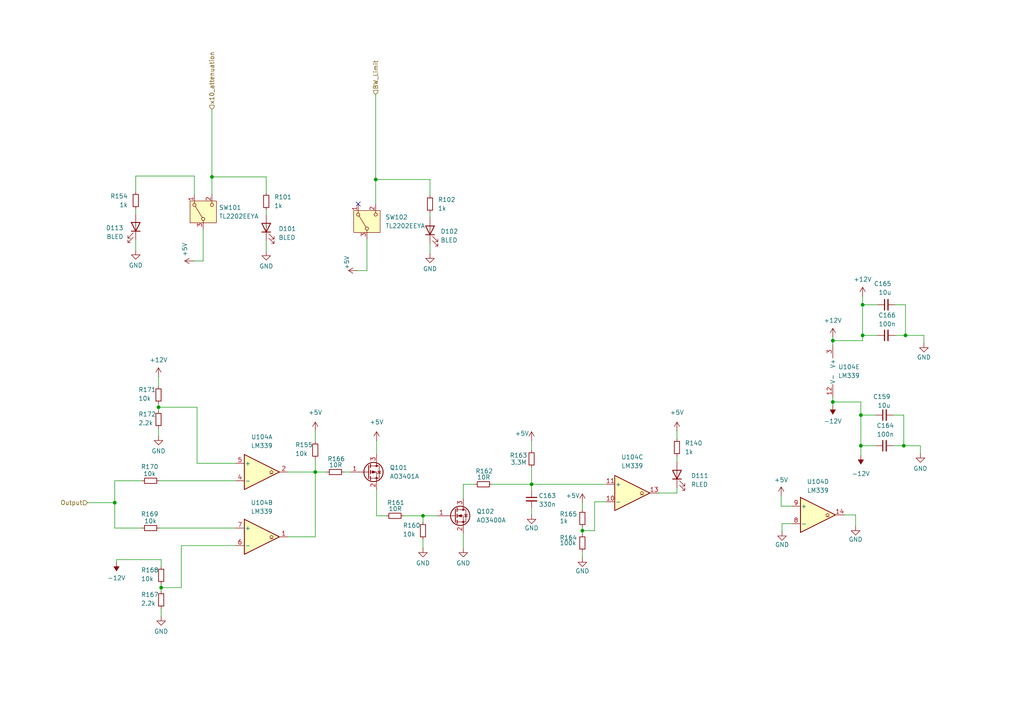
<source format=kicad_sch>
(kicad_sch (version 20250114) (generator "eeschema") (generator_version "9.0")
  (paper "A4")
  (lib_symbols
    (symbol "Comparator:LM339" (pin_names (offset 0.127))
      (property "Reference" "U" (at 0 5.08 0))
      (property "Value" "LM339" (at 0 -5.08 0))
      (symbol "LM339_1_1"
        (polyline (pts (xy -5.08 5.08) (xy 5.08 0) (xy -5.08 -5.08) (xy -5.08 5.08)) (stroke (width 0.254)) (fill (type background)))
        (polyline (pts (xy 3.302 -0.508) (xy 2.794 -0.508) (xy 3.302 0) (xy 2.794 0.508) (xy 2.286 0) (xy 2.794 -0.508) (xy 2.286 -0.508)) (stroke (width 0.127)))
        (pin input line (at -7.62 2.54 0) (length 2.54) (name "+") (number "5"))
        (pin input line (at -7.62 -2.54 0) (length 2.54) (name "-") (number "4"))
        (pin open_collector line (at 7.62 0 180) (length 2.54) (name "~") (number "2"))
      )
      (symbol "LM339_2_1"
        (polyline (pts (xy -5.08 5.08) (xy 5.08 0) (xy -5.08 -5.08) (xy -5.08 5.08)) (stroke (width 0.254)) (fill (type background)))
        (polyline (pts (xy 3.302 -0.508) (xy 2.794 -0.508) (xy 3.302 0) (xy 2.794 0.508) (xy 2.286 0) (xy 2.794 -0.508) (xy 2.286 -0.508)) (stroke (width 0.127)))
        (pin input line (at -7.62 2.54 0) (length 2.54) (name "+") (number "7"))
        (pin input line (at -7.62 -2.54 0) (length 2.54) (name "-") (number "6"))
        (pin open_collector line (at 7.62 0 180) (length 2.54) (name "~") (number "1"))
      )
      (symbol "LM339_3_1"
        (polyline (pts (xy -5.08 5.08) (xy 5.08 0) (xy -5.08 -5.08) (xy -5.08 5.08)) (stroke (width 0.254)) (fill (type background)))
        (polyline (pts (xy 3.302 -0.508) (xy 2.794 -0.508) (xy 3.302 0) (xy 2.794 0.508) (xy 2.286 0) (xy 2.794 -0.508) (xy 2.286 -0.508)) (stroke (width 0.127)))
        (pin input line (at -7.62 2.54 0) (length 2.54) (name "+") (number "11"))
        (pin input line (at -7.62 -2.54 0) (length 2.54) (name "-") (number "10"))
        (pin open_collector line (at 7.62 0 180) (length 2.54) (name "~") (number "13"))
      )
      (symbol "LM339_4_1"
        (polyline (pts (xy -5.08 5.08) (xy 5.08 0) (xy -5.08 -5.08) (xy -5.08 5.08)) (stroke (width 0.254)) (fill (type background)))
        (polyline (pts (xy 3.302 -0.508) (xy 2.794 -0.508) (xy 3.302 0) (xy 2.794 0.508) (xy 2.286 0) (xy 2.794 -0.508) (xy 2.286 -0.508)) (stroke (width 0.127)))
        (pin input line (at -7.62 2.54 0) (length 2.54) (name "+") (number "9"))
        (pin input line (at -7.62 -2.54 0) (length 2.54) (name "-") (number "8"))
        (pin open_collector line (at 7.62 0 180) (length 2.54) (name "~") (number "14"))
      )
      (symbol "LM339_5_1"
        (pin power_in line (at -2.54 7.62 270) (length 3.81) (name "V+") (number "3"))
        (pin power_in line (at -2.54 -7.62 90) (length 3.81) (name "V-") (number "12"))
      )
    )
    (symbol "Device:C_Small" (pin_numbers (hide yes)) (pin_names (offset 0.254) (hide yes))
      (property "Reference" "C" (at 0.254 1.778 0))
      (property "Value" "C_Small" (at 0.254 -2.032 0))
      (symbol "C_Small_0_1"
        (polyline (pts (xy -1.524 0.508) (xy 1.524 0.508)) (stroke (width 0.3048)))
        (polyline (pts (xy -1.524 -0.508) (xy 1.524 -0.508)) (stroke (width 0.3302)))
      )
      (symbol "C_Small_1_1"
        (pin passive line (at 0 2.54 270) (length 2.032) (name "~") (number "1"))
        (pin passive line (at 0 -2.54 90) (length 2.032) (name "~") (number "2"))
      )
    )
    (symbol "Device:LED" (pin_numbers (hide yes)) (pin_names (offset 1.016) (hide yes))
      (property "Reference" "D" (at 0 2.54 0))
      (property "Value" "LED" (at 0 -2.54 0))
      (symbol "LED_0_1"
        (polyline (pts (xy -3.048 -0.762) (xy -4.572 -2.286) (xy -3.81 -2.286) (xy -4.572 -2.286) (xy -4.572 -1.524)))
        (polyline (pts (xy -1.778 -0.762) (xy -3.302 -2.286) (xy -2.54 -2.286) (xy -3.302 -2.286) (xy -3.302 -1.524)))
        (polyline (pts (xy -1.27 0) (xy 1.27 0)))
        (polyline (pts (xy -1.27 -1.27) (xy -1.27 1.27)) (stroke (width 0.254)))
        (polyline (pts (xy 1.27 -1.27) (xy 1.27 1.27) (xy -1.27 0) (xy 1.27 -1.27)) (stroke (width 0.254)))
      )
      (symbol "LED_1_1"
        (pin passive line (at -3.81 0 0) (length 2.54) (name "K") (number "1"))
        (pin passive line (at 3.81 0 180) (length 2.54) (name "A") (number "2"))
      )
    )
    (symbol "Device:R_Small" (pin_numbers (hide yes)) (pin_names (offset 0.254) (hide yes))
      (property "Reference" "R" (at 0.762 0.508 0))
      (property "Value" "R_Small" (at 0.762 -1.016 0))
      (symbol "R_Small_0_1"
        (rectangle (start -0.762 1.778) (end 0.762 -1.778) (stroke (width 0.2032)))
      )
      (symbol "R_Small_1_1"
        (pin passive line (at 0 2.54 270) (length 0.762) (name "~") (number "1"))
        (pin passive line (at 0 -2.54 90) (length 0.762) (name "~") (number "2"))
      )
    )
    (symbol "SW_Push_1" (pin_names (offset 0) (hide yes))
      (property "Reference" "SW102" (at 0 8.128 0))
      (property "Value" "SW_SPDT" (at 0 5.588 0))
      (symbol "SW_Push_1_0_1"
        (circle (center -2.032 0) (radius 0.4572))
        (polyline (pts (xy -1.651 0.254) (xy 1.651 2.286)))
        (circle (center 2.032 2.54) (radius 0.4572))
        (circle (center 2.032 -2.54) (radius 0.4572))
      )
      (symbol "SW_Push_1_1_1"
        (rectangle (start -3.175 3.81) (end 3.175 -3.81) (fill (type background)))
        (pin passive line (at -5.08 0 0) (length 2.54) (name "B") (number "3"))
        (pin passive line (at 5.08 2.54 180) (length 2.54) (name "A") (number "1"))
        (pin passive line (at 5.08 -2.54 180) (length 2.54) (name "C") (number "2"))
      )
    )
    (symbol "SW_SPDT_1" (pin_names (offset 0) (hide yes))
      (property "Reference" "SW102" (at 0 8.128 0))
      (property "Value" "SW_SPDT" (at 0 5.588 0))
      (symbol "SW_SPDT_1_0_1"
        (circle (center -2.032 0) (radius 0.4572))
        (polyline (pts (xy -1.651 0.254) (xy 1.651 2.286)))
        (circle (center 2.032 2.54) (radius 0.4572))
        (circle (center 2.032 -2.54) (radius 0.4572))
      )
      (symbol "SW_SPDT_1_1_1"
        (rectangle (start -3.175 3.81) (end 3.175 -3.81) (fill (type background)))
        (pin passive line (at -5.08 0 0) (length 2.54) (name "B") (number "3"))
        (pin passive line (at 5.08 2.54 180) (length 2.54) (name "A") (number "1"))
        (pin passive line (at 5.08 -2.54 180) (length 2.54) (name "C") (number "2"))
      )
    )
    (symbol "Transistor_FET:AO3400A" (pin_names (hide yes))
      (property "Reference" "Q" (at 5.08 1.905 0))
      (property "Value" "AO3400A" (at 5.08 0 0))
      (symbol "AO3400A_0_1"
        (polyline (pts (xy 0.254 1.905) (xy 0.254 -1.905)) (stroke (width 0.254)))
        (polyline (pts (xy 0.254 0) (xy -2.54 0)))
        (polyline (pts (xy 0.762 2.286) (xy 0.762 1.27)) (stroke (width 0.254)))
        (polyline (pts (xy 0.762 0.508) (xy 0.762 -0.508)) (stroke (width 0.254)))
        (polyline (pts (xy 0.762 -1.27) (xy 0.762 -2.286)) (stroke (width 0.254)))
        (polyline (pts (xy 0.762 -1.778) (xy 3.302 -1.778) (xy 3.302 1.778) (xy 0.762 1.778)))
        (polyline (pts (xy 1.016 0) (xy 2.032 0.381) (xy 2.032 -0.381) (xy 1.016 0)) (fill (type outline)))
        (circle (center 1.651 0) (radius 2.794) (stroke (width 0.254)))
        (polyline (pts (xy 2.54 2.54) (xy 2.54 1.778)))
        (circle (center 2.54 1.778) (radius 0.254) (fill (type outline)))
        (circle (center 2.54 -1.778) (radius 0.254) (fill (type outline)))
        (polyline (pts (xy 2.54 -2.54) (xy 2.54 0) (xy 0.762 0)))
        (polyline (pts (xy 2.794 0.508) (xy 2.921 0.381) (xy 3.683 0.381) (xy 3.81 0.254)))
        (polyline (pts (xy 3.302 0.381) (xy 2.921 -0.254) (xy 3.683 -0.254) (xy 3.302 0.381)))
      )
      (symbol "AO3400A_1_1"
        (pin input line (at -5.08 0 0) (length 2.54) (name "G") (number "1"))
        (pin passive line (at 2.54 5.08 270) (length 2.54) (name "D") (number "3"))
        (pin passive line (at 2.54 -5.08 90) (length 2.54) (name "S") (number "2"))
      )
    )
    (symbol "Transistor_FET:AO3401A" (pin_names (hide yes))
      (property "Reference" "Q" (at 5.08 1.905 0))
      (property "Value" "AO3401A" (at 5.08 0 0))
      (symbol "AO3401A_0_1"
        (polyline (pts (xy 0.254 1.905) (xy 0.254 -1.905)) (stroke (width 0.254)))
        (polyline (pts (xy 0.254 0) (xy -2.54 0)))
        (polyline (pts (xy 0.762 2.286) (xy 0.762 1.27)) (stroke (width 0.254)))
        (polyline (pts (xy 0.762 1.778) (xy 3.302 1.778) (xy 3.302 -1.778) (xy 0.762 -1.778)))
        (polyline (pts (xy 0.762 0.508) (xy 0.762 -0.508)) (stroke (width 0.254)))
        (polyline (pts (xy 0.762 -1.27) (xy 0.762 -2.286)) (stroke (width 0.254)))
        (circle (center 1.651 0) (radius 2.794) (stroke (width 0.254)))
        (polyline (pts (xy 2.286 0) (xy 1.27 0.381) (xy 1.27 -0.381) (xy 2.286 0)) (fill (type outline)))
        (polyline (pts (xy 2.54 2.54) (xy 2.54 1.778)))
        (circle (center 2.54 1.778) (radius 0.254) (fill (type outline)))
        (circle (center 2.54 -1.778) (radius 0.254) (fill (type outline)))
        (polyline (pts (xy 2.54 -2.54) (xy 2.54 0) (xy 0.762 0)))
        (polyline (pts (xy 2.794 -0.508) (xy 2.921 -0.381) (xy 3.683 -0.381) (xy 3.81 -0.254)))
        (polyline (pts (xy 3.302 -0.381) (xy 2.921 0.254) (xy 3.683 0.254) (xy 3.302 -0.381)))
      )
      (symbol "AO3401A_1_1"
        (pin input line (at -5.08 0 0) (length 2.54) (name "G") (number "1"))
        (pin passive line (at 2.54 5.08 270) (length 2.54) (name "D") (number "3"))
        (pin passive line (at 2.54 -5.08 90) (length 2.54) (name "S") (number "2"))
      )
    )
    (symbol "power:+12V" (power) (pin_numbers (hide yes)) (pin_names (offset 0) (hide yes))
      (property "Value" "+12V" (at 0 3.556 0))
      (symbol "+12V_0_1"
        (polyline (pts (xy -0.762 1.27) (xy 0 2.54)))
        (polyline (pts (xy 0 2.54) (xy 0.762 1.27)))
        (polyline (pts (xy 0 0) (xy 0 2.54)))
      )
      (symbol "+12V_1_1"
        (pin power_in line (at 0 0 90) (length 0) (name "~") (number "1"))
      )
    )
    (symbol "power:+5V" (power) (pin_numbers (hide yes)) (pin_names (offset 0) (hide yes))
      (property "Value" "+5V" (at 0 3.556 0))
      (symbol "+5V_0_1"
        (polyline (pts (xy -0.762 1.27) (xy 0 2.54)))
        (polyline (pts (xy 0 2.54) (xy 0.762 1.27)))
        (polyline (pts (xy 0 0) (xy 0 2.54)))
      )
      (symbol "+5V_1_1"
        (pin power_in line (at 0 0 90) (length 0) (name "~") (number "1"))
      )
    )
    (symbol "power:-12V" (power) (pin_numbers (hide yes)) (pin_names (offset 0) (hide yes))
      (property "Value" "-12V" (at 0 3.556 0))
      (symbol "-12V_0_0"
        (pin power_in line (at 0 0 90) (length 0) (name "~") (number "1"))
      )
      (symbol "-12V_0_1"
        (polyline (pts (xy 0 0) (xy 0 1.27) (xy 0.762 1.27) (xy 0 2.54) (xy -0.762 1.27) (xy 0 1.27)) (fill (type outline)))
      )
    )
    (symbol "power:GND" (power) (pin_numbers (hide yes)) (pin_names (offset 0) (hide yes))
      (property "Value" "GND" (at 0 -3.81 0))
      (symbol "GND_0_1"
        (polyline (pts (xy 0 0) (xy 0 -1.27) (xy 1.27 -1.27) (xy 0 -2.54) (xy -1.27 -1.27) (xy 0 -1.27)))
      )
      (symbol "GND_1_1"
        (pin power_in line (at 0 0 270) (length 0) (name "~") (number "1"))
      )
    )
  )
  (junction (at 45.974 118.11))
  (junction (at 91.44 136.906))
  (junction (at 33.274 145.796))
  (junction (at 122.682 149.606))
  (junction (at 168.91 153.924))
  (junction (at 154.178 140.462))
  (junction (at 250.19 88.392))
  (junction (at 46.736 170.434))
  (junction (at 241.554 116.586))
  (junction (at 250.19 97.282))
  (junction (at 108.966 52.07))
  (junction (at 262.128 129.286))
  (junction (at 249.682 129.286))
  (junction (at 249.682 120.396))
  (junction (at 241.554 98.806))
  (junction (at 262.636 97.282))
  (junction (at 61.468 51.308))
  (no_connect (at 103.886 59.182))
  (wire (pts (xy 226.822 151.892) (xy 229.616 151.892)))
  (wire (pts (xy 250.19 85.852) (xy 250.19 88.392)))
  (wire (pts (xy 117.094 149.606) (xy 122.682 149.606)))
  (wire (pts (xy 91.44 136.906) (xy 91.44 155.702)))
  (wire (pts (xy 226.568 143.764) (xy 226.568 146.812)))
  (wire (pts (xy 250.19 88.392) (xy 254.508 88.392)))
  (wire (pts (xy 262.636 97.282) (xy 267.97 97.282)))
  (wire (pts (xy 250.19 88.392) (xy 250.19 97.282)))
  (wire (pts (xy 108.966 52.07) (xy 108.966 59.182)))
  (wire (pts (xy 134.366 144.526) (xy 134.366 140.462)))
  (wire (pts (xy 122.682 156.464) (xy 122.682 159.004)))
  (wire (pts (xy 112.014 149.606) (xy 109.22 149.606)))
  (wire (pts (xy 124.714 61.722) (xy 124.714 62.992)))
  (wire (pts (xy 46.736 170.434) (xy 52.578 170.434)))
  (wire (pts (xy 61.468 51.308) (xy 61.468 56.388)))
  (wire (pts (xy 46.736 162.306) (xy 46.736 164.338)))
  (wire (pts (xy 45.974 118.11) (xy 57.15 118.11)))
  (wire (pts (xy 83.566 136.906) (xy 91.44 136.906)))
  (wire (pts (xy 39.37 60.706) (xy 39.37 61.976)))
  (wire (pts (xy 46.228 153.162) (xy 68.326 153.162)))
  (wire (pts (xy 61.468 31.75) (xy 61.468 51.308)))
  (wire (pts (xy 249.682 116.586) (xy 249.682 120.396)))
  (wire (pts (xy 248.158 149.352) (xy 244.856 149.352)))
  (wire (pts (xy 45.974 117.094) (xy 45.974 118.11)))
  (wire (pts (xy 124.714 52.07) (xy 108.966 52.07)))
  (wire (pts (xy 168.91 153.924) (xy 172.466 153.924)))
  (wire (pts (xy 41.148 153.162) (xy 33.274 153.162)))
  (wire (pts (xy 122.682 151.384) (xy 122.682 149.606)))
  (wire (pts (xy 99.822 136.906) (xy 101.6 136.906)))
  (wire (pts (xy 172.466 153.924) (xy 172.466 145.542)))
  (wire (pts (xy 103.632 78.486) (xy 106.426 78.486)))
  (wire (pts (xy 259.08 129.286) (xy 262.128 129.286)))
  (wire (pts (xy 52.578 170.434) (xy 52.578 158.242)))
  (wire (pts (xy 134.366 140.462) (xy 137.668 140.462)))
  (wire (pts (xy 91.44 136.906) (xy 94.742 136.906)))
  (wire (pts (xy 106.426 78.486) (xy 106.426 69.342)))
  (wire (pts (xy 46.736 169.418) (xy 46.736 170.434)))
  (wire (pts (xy 108.966 27.432) (xy 108.966 52.07)))
  (wire (pts (xy 154.178 127.762) (xy 154.178 130.556)))
  (wire (pts (xy 33.782 163.068) (xy 33.782 162.306)))
  (wire (pts (xy 109.22 127.762) (xy 109.22 131.826)))
  (wire (pts (xy 154.178 147.32) (xy 154.178 149.352)))
  (wire (pts (xy 124.714 70.612) (xy 124.714 73.66)))
  (wire (pts (xy 56.388 56.388) (xy 56.388 51.054)))
  (wire (pts (xy 56.134 75.692) (xy 58.928 75.692)))
  (wire (pts (xy 142.748 140.462) (xy 154.178 140.462)))
  (wire (pts (xy 254.508 97.282) (xy 250.19 97.282)))
  (wire (pts (xy 45.974 124.206) (xy 45.974 126.492)))
  (wire (pts (xy 250.19 97.282) (xy 250.19 98.806)))
  (wire (pts (xy 248.158 152.654) (xy 248.158 149.352)))
  (wire (pts (xy 262.636 88.392) (xy 259.588 88.392)))
  (wire (pts (xy 262.128 120.396) (xy 259.08 120.396)))
  (wire (pts (xy 33.274 139.446) (xy 41.148 139.446)))
  (wire (pts (xy 196.342 141.478) (xy 196.342 143.002)))
  (wire (pts (xy 172.466 145.542) (xy 175.768 145.542)))
  (wire (pts (xy 249.682 116.586) (xy 241.554 116.586)))
  (wire (pts (xy 168.91 152.908) (xy 168.91 153.924)))
  (wire (pts (xy 168.91 153.924) (xy 168.91 154.94)))
  (wire (pts (xy 45.974 109.22) (xy 45.974 112.014)))
  (wire (pts (xy 58.928 75.692) (xy 58.928 66.548)))
  (wire (pts (xy 259.588 97.282) (xy 262.636 97.282)))
  (wire (pts (xy 52.578 158.242) (xy 68.326 158.242)))
  (wire (pts (xy 249.682 120.396) (xy 254 120.396)))
  (wire (pts (xy 77.216 55.88) (xy 77.216 51.308)))
  (wire (pts (xy 154.178 140.462) (xy 154.178 142.24)))
  (wire (pts (xy 109.22 149.606) (xy 109.22 141.986)))
  (wire (pts (xy 77.216 51.308) (xy 61.468 51.308)))
  (wire (pts (xy 168.91 145.796) (xy 168.91 147.828)))
  (wire (pts (xy 33.274 145.796) (xy 33.274 153.162)))
  (wire (pts (xy 262.636 97.282) (xy 262.636 88.392)))
  (wire (pts (xy 33.274 139.446) (xy 33.274 145.796)))
  (wire (pts (xy 33.782 162.306) (xy 46.736 162.306)))
  (wire (pts (xy 134.366 154.686) (xy 134.366 159.004)))
  (wire (pts (xy 91.44 133.096) (xy 91.44 136.906)))
  (wire (pts (xy 254 129.286) (xy 249.682 129.286)))
  (wire (pts (xy 77.216 69.85) (xy 77.216 72.898)))
  (wire (pts (xy 77.216 60.96) (xy 77.216 62.23)))
  (wire (pts (xy 154.178 140.462) (xy 175.768 140.462)))
  (wire (pts (xy 241.554 98.806) (xy 241.554 100.076)))
  (wire (pts (xy 25.4 145.796) (xy 33.274 145.796)))
  (wire (pts (xy 191.008 143.002) (xy 196.342 143.002)))
  (wire (pts (xy 168.91 160.02) (xy 168.91 161.798)))
  (wire (pts (xy 241.554 97.79) (xy 241.554 98.806)))
  (wire (pts (xy 83.566 155.702) (xy 91.44 155.702)))
  (wire (pts (xy 124.714 56.642) (xy 124.714 52.07)))
  (wire (pts (xy 46.228 139.446) (xy 68.326 139.446)))
  (wire (pts (xy 39.37 55.626) (xy 39.37 51.054)))
  (wire (pts (xy 266.954 129.286) (xy 266.954 131.572)))
  (wire (pts (xy 267.97 97.282) (xy 267.97 99.568)))
  (wire (pts (xy 46.736 176.53) (xy 46.736 178.816)))
  (wire (pts (xy 229.616 146.812) (xy 226.568 146.812)))
  (wire (pts (xy 262.128 129.286) (xy 266.954 129.286)))
  (wire (pts (xy 249.682 120.396) (xy 249.682 129.286)))
  (wire (pts (xy 154.178 135.636) (xy 154.178 140.462)))
  (wire (pts (xy 68.326 134.366) (xy 57.15 134.366)))
  (wire (pts (xy 241.554 98.806) (xy 250.19 98.806)))
  (wire (pts (xy 241.554 116.586) (xy 241.554 115.316)))
  (wire (pts (xy 39.37 51.054) (xy 56.388 51.054)))
  (wire (pts (xy 196.342 132.334) (xy 196.342 133.858)))
  (wire (pts (xy 45.974 118.11) (xy 45.974 119.126)))
  (wire (pts (xy 39.37 69.596) (xy 39.37 72.644)))
  (wire (pts (xy 57.15 134.366) (xy 57.15 118.11)))
  (wire (pts (xy 91.44 124.968) (xy 91.44 128.016)))
  (wire (pts (xy 249.682 129.286) (xy 249.682 132.08)))
  (wire (pts (xy 226.822 154.178) (xy 226.822 151.892)))
  (wire (pts (xy 262.128 129.286) (xy 262.128 120.396)))
  (wire (pts (xy 196.342 124.968) (xy 196.342 127.254)))
  (wire (pts (xy 122.682 149.606) (xy 126.746 149.606)))
  (wire (pts (xy 241.554 117.602) (xy 241.554 116.586)))
  (wire (pts (xy 46.736 170.434) (xy 46.736 171.45)))
  (hierarchical_label "x10_attenuation" (shape input) (at 61.468 31.75 90))
  (hierarchical_label "Output" (shape input) (at 25.4 145.796 180))
  (hierarchical_label "BW_Limit" (shape input) (at 108.966 27.432 90))
  (symbol (lib_id "Device:R_Small") (at 168.91 150.368 0) (mirror y) (unit 1)
    (property "Reference" "R165" (at 162.306 149.098 0) (effects (justify right)))
    (property "Value" "1k" (at 162.306 151.13 0) (effects (justify right)))
    (property "Footprint" "Resistor_SMD:R_0603_1608Metric" (effects (hide yes)))
    (property "Description" "Resistor, small symbol" (effects (hide yes)))
  )
  (symbol (lib_id "power:GND") (at 226.822 154.178 0) (unit 1)
    (property "Reference" "#PWR0190" (effects (hide yes)))
    (property "Value" "GND" (at 226.822 157.988 0))
    (property "Description" "Power symbol creates a global label with name \"GND\" , ground" (effects (hide yes)))
  )
  (symbol (lib_id "Device:R_Small") (at 124.714 59.182 180) (unit 1)
    (property "Reference" "R102" (at 127 57.9119 0) (effects (justify right)))
    (property "Value" "1k" (at 127 60.4519 0) (effects (justify right)))
    (property "Footprint" "Resistor_SMD:R_0603_1608Metric" (effects (hide yes)))
    (property "Description" "Resistor, small symbol" (effects (hide yes)))
  )
  (symbol (lib_id "Device:C_Small") (at 256.54 120.396 90) (unit 1)
    (property "Reference" "C159" (at 258.318 115.062 90) (effects (justify left)))
    (property "Value" "10u" (at 258.318 117.602 90) (effects (justify left)))
    (property "Footprint" "Capacitor_SMD:C_1206_3216Metric" (effects (hide yes)))
    (property "Description" "Unpolarized capacitor, small symbol" (effects (hide yes)))
  )
  (symbol (lib_id "power:GND") (at 134.366 159.004 0) (unit 1)
    (property "Reference" "#PWR0147" (effects (hide yes)))
    (property "Value" "GND" (at 134.366 163.322 0))
    (property "Description" "Power symbol creates a global label with name \"GND\" , ground" (effects (hide yes)))
  )
  (symbol (lib_id "power:GND") (at 266.954 131.572 0) (unit 1)
    (property "Reference" "#PWR0166" (effects (hide yes)))
    (property "Value" "GND" (at 266.954 135.89 0))
    (property "Description" "Power symbol creates a global label with name \"GND\" , ground" (effects (hide yes)))
  )
  (symbol (lib_id "Device:R_Small") (at 122.682 153.924 0) (mirror y) (unit 1)
    (property "Reference" "R160" (at 116.84 152.4 0) (effects (justify right)))
    (property "Value" "10k" (at 116.84 154.94 0) (effects (justify right)))
    (property "Footprint" "Resistor_SMD:R_0603_1608Metric" (effects (hide yes)))
    (property "Description" "Resistor, small symbol" (effects (hide yes)))
  )
  (symbol (lib_id "power:+5V") (at 196.342 124.968 0) (unit 1)
    (property "Reference" "#PWR0156" (effects (hide yes)))
    (property "Value" "+5V" (at 196.342 119.634 0))
    (property "Description" "Power symbol creates a global label with name \"+5V\"" (effects (hide yes)))
  )
  (symbol (lib_id "Device:R_Small") (at 43.688 153.162 270) (mirror x) (unit 1)
    (property "Reference" "R169" (at 45.974 149.098 90) (effects (justify right)))
    (property "Value" "10k" (at 45.466 151.13 90) (effects (justify right)))
    (property "Footprint" "Resistor_SMD:R_0603_1608Metric" (effects (hide yes)))
    (property "Description" "Resistor, small symbol" (effects (hide yes)))
  )
  (symbol (lib_id "power:+5V") (at 91.44 124.968 0) (unit 1)
    (property "Reference" "#PWR0145" (effects (hide yes)))
    (property "Value" "+5V" (at 91.44 119.634 0))
    (property "Description" "Power symbol creates a global label with name \"+5V\"" (effects (hide yes)))
  )
  (symbol (lib_id "Comparator:LM339") (at 75.946 155.702 0) (unit 2)
    (property "Reference" "U104" (at 75.946 145.796 0))
    (property "Value" "LM339" (at 75.946 148.336 0))
    (property "Footprint" "Package_SO:TSSOP-14_4.4x5mm_P0.65mm" (effects (hide yes)))
    (property "Datasheet" "https://www.st.com/resource/en/datasheet/lm139.pdf" (effects (hide yes)))
    (property "Description" "Quad Differential Comparators, SOIC-14/TSSOP-14" (effects (hide yes)))
  )
  (symbol (lib_id "Device:R_Small") (at 91.44 130.556 0) (mirror y) (unit 1)
    (property "Reference" "R155" (at 85.598 129.032 0) (effects (justify right)))
    (property "Value" "10k" (at 85.598 131.572 0) (effects (justify right)))
    (property "Footprint" "Resistor_SMD:R_0603_1608Metric" (effects (hide yes)))
    (property "Description" "Resistor, small symbol" (effects (hide yes)))
  )
  (symbol (lib_id "Device:R_Small") (at 39.37 58.166 0) (mirror x) (unit 1)
    (property "Reference" "R154" (at 37.084 56.8959 0) (effects (justify right)))
    (property "Value" "1k" (at 37.084 59.4359 0) (effects (justify right)))
    (property "Footprint" "Resistor_SMD:R_0603_1608Metric" (effects (hide yes)))
    (property "Description" "Resistor, small symbol" (effects (hide yes)))
  )
  (symbol (lib_id "Device:R_Small") (at 154.178 133.096 0) (mirror y) (unit 1)
    (property "Reference" "R163" (at 147.828 132.08 0) (effects (justify right)))
    (property "Value" "3.3M" (at 148.082 134.112 0) (effects (justify right)))
    (property "Footprint" "Resistor_SMD:R_0603_1608Metric" (effects (hide yes)))
    (property "Description" "Resistor, small symbol" (effects (hide yes)))
  )
  (symbol (lib_id "Device:R_Small") (at 97.282 136.906 270) (mirror x) (unit 1)
    (property "Reference" "R166" (at 100.076 133.096 90) (effects (justify right)))
    (property "Value" "10R" (at 99.314 134.874 90) (effects (justify right)))
    (property "Footprint" "Resistor_SMD:R_0603_1608Metric" (effects (hide yes)))
    (property "Description" "Resistor, small symbol" (effects (hide yes)))
  )
  (symbol (lib_id "Transistor_FET:AO3401A") (at 106.68 136.906 0) (unit 1)
    (property "Reference" "Q101" (at 113.03 135.6359 0) (effects (justify left)))
    (property "Value" "AO3401A" (at 113.03 138.1759 0) (effects (justify left)))
    (property "Footprint" "Package_TO_SOT_SMD:SOT-23" (effects (hide yes)))
    (property "Datasheet" "http://www.aosmd.com/pdfs/datasheet/AO3401A.pdf" (effects (hide yes)))
    (property "Description" "-4.0A Id, -30V Vds, P-Channel MOSFET, SOT-23" (effects (hide yes)))
  )
  (symbol (lib_id "power:+5V") (at 109.22 127.762 0) (unit 1)
    (property "Reference" "#PWR0160" (effects (hide yes)))
    (property "Value" "+5V" (at 109.22 122.428 0))
    (property "Description" "Power symbol creates a global label with name \"+5V\"" (effects (hide yes)))
  )
  (symbol (lib_id "power:GND") (at 248.158 152.654 0) (unit 1)
    (property "Reference" "#PWR0189" (effects (hide yes)))
    (property "Value" "GND" (at 248.158 156.464 0))
    (property "Description" "Power symbol creates a global label with name \"GND\" , ground" (effects (hide yes)))
  )
  (symbol (lib_id "Device:R_Small") (at 43.688 139.446 270) (mirror x) (unit 1)
    (property "Reference" "R170" (at 45.974 135.382 90) (effects (justify right)))
    (property "Value" "10k" (at 45.212 137.414 90) (effects (justify right)))
    (property "Footprint" "Resistor_SMD:R_0603_1608Metric" (effects (hide yes)))
    (property "Description" "Resistor, small symbol" (effects (hide yes)))
  )
  (symbol (lib_id "Comparator:LM339") (at 244.094 107.696 0) (unit 5)
    (property "Reference" "U104" (at 243.078 106.4259 0) (effects (justify left)))
    (property "Value" "LM339" (at 243.078 108.9659 0) (effects (justify left)))
    (property "Footprint" "Package_SO:TSSOP-14_4.4x5mm_P0.65mm" (effects (hide yes)))
    (property "Datasheet" "https://www.st.com/resource/en/datasheet/lm139.pdf" (effects (hide yes)))
    (property "Description" "Quad Differential Comparators, SOIC-14/TSSOP-14" (effects (hide yes)))
  )
  (symbol (lib_id "power:GND") (at 267.97 99.568 0) (unit 1)
    (property "Reference" "#PWR0167" (effects (hide yes)))
    (property "Value" "GND" (at 267.97 103.632 0))
    (property "Description" "Power symbol creates a global label with name \"GND\" , ground" (effects (hide yes)))
  )
  (symbol (lib_id "power:+5V") (at 154.178 127.762 0) (unit 1)
    (property "Reference" "#PWR0154" (effects (hide yes)))
    (property "Value" "+5V" (at 151.384 125.73 0))
    (property "Description" "Power symbol creates a global label with name \"+5V\"" (effects (hide yes)))
  )
  (symbol (lib_id "power:GND") (at 77.216 72.898 0) (unit 1)
    (property "Reference" "#PWR0102" (effects (hide yes)))
    (property "Value" "GND" (at 77.216 77.216 0))
    (property "Description" "Power symbol creates a global label with name \"GND\" , ground" (effects (hide yes)))
  )
  (symbol (lib_id "power:+12V") (at 45.974 109.22 0) (unit 1)
    (property "Reference" "#PWR0186" (effects (hide yes)))
    (property "Value" "+12V" (at 45.974 104.394 0))
    (property "Description" "Power symbol creates a global label with name \"+12V\"" (effects (hide yes)))
  )
  (symbol (lib_id "power:GND") (at 122.682 159.004 0) (unit 1)
    (property "Reference" "#PWR0113" (effects (hide yes)))
    (property "Value" "GND" (at 122.682 163.322 0))
    (property "Description" "Power symbol creates a global label with name \"GND\" , ground" (effects (hide yes)))
  )
  (symbol (lib_id "Device:R_Small") (at 45.974 121.666 0) (mirror y) (unit 1)
    (property "Reference" "R172" (at 40.132 120.142 0) (effects (justify right)))
    (property "Value" "2.2k" (at 40.132 122.682 0) (effects (justify right)))
    (property "Footprint" "Resistor_SMD:R_0603_1608Metric" (effects (hide yes)))
    (property "Description" "Resistor, small symbol" (effects (hide yes)))
  )
  (symbol (lib_id "Comparator:LM339") (at 237.236 149.352 0) (unit 4)
    (property "Reference" "U104" (at 237.236 139.7 0))
    (property "Value" "LM339" (at 237.236 142.24 0))
    (property "Footprint" "Package_SO:TSSOP-14_4.4x5mm_P0.65mm" (effects (hide yes)))
    (property "Datasheet" "https://www.st.com/resource/en/datasheet/lm139.pdf" (effects (hide yes)))
    (property "Description" "Quad Differential Comparators, SOIC-14/TSSOP-14" (effects (hide yes)))
  )
  (symbol (lib_id "Device:LED") (at 77.216 66.04 90) (unit 1)
    (property "Reference" "D101" (at 80.772 66.3574 90) (effects (justify right)))
    (property "Value" "BLED" (at 80.772 68.8974 90) (effects (justify right)))
    (property "Footprint" "Diode_SMD:D_1206_3216Metric" (effects (hide yes)))
    (property "Description" "Light emitting diode" (effects (hide yes)))
  )
  (symbol (lib_id "Device:LED") (at 196.342 137.668 90) (unit 1)
    (property "Reference" "D111" (at 200.406 137.9854 90) (effects (justify right)))
    (property "Value" "RLED" (at 200.406 140.5254 90) (effects (justify right)))
    (property "Footprint" "Diode_SMD:D_1206_3216Metric" (effects (hide yes)))
    (property "Description" "Light emitting diode" (effects (hide yes)))
  )
  (symbol (lib_id "power:GND") (at 124.714 73.66 0) (unit 1)
    (property "Reference" "#PWR0103" (effects (hide yes)))
    (property "Value" "GND" (at 124.714 77.978 0))
    (property "Description" "Power symbol creates a global label with name \"GND\" , ground" (effects (hide yes)))
  )
  (symbol (lib_id "power:+5V") (at 103.632 78.486 90) (unit 1)
    (property "Reference" "#PWR0105" (effects (hide yes)))
    (property "Value" "+5V" (at 100.584 76.2 0))
    (property "Description" "Power symbol creates a global label with name \"+5V\"" (effects (hide yes)))
  )
  (symbol (lib_id "Comparator:LM339") (at 183.388 143.002 0) (unit 3)
    (property "Reference" "U104" (at 183.388 132.588 0))
    (property "Value" "LM339" (at 183.388 135.128 0))
    (property "Footprint" "Package_SO:TSSOP-14_4.4x5mm_P0.65mm" (effects (hide yes)))
    (property "Datasheet" "https://www.st.com/resource/en/datasheet/lm139.pdf" (effects (hide yes)))
    (property "Description" "Quad Differential Comparators, SOIC-14/TSSOP-14" (effects (hide yes)))
  )
  (symbol (lib_id "Device:R_Small") (at 46.736 173.99 0) (mirror y) (unit 1)
    (property "Reference" "R167" (at 40.894 172.466 0) (effects (justify right)))
    (property "Value" "2.2k" (at 40.894 175.006 0) (effects (justify right)))
    (property "Footprint" "Resistor_SMD:R_0603_1608Metric" (effects (hide yes)))
    (property "Description" "Resistor, small symbol" (effects (hide yes)))
  )
  (symbol (lib_id "Device:R_Small") (at 196.342 129.794 180) (unit 1)
    (property "Reference" "R140" (at 198.628 128.5239 0) (effects (justify right)))
    (property "Value" "1k" (at 198.628 131.0639 0) (effects (justify right)))
    (property "Footprint" "Resistor_SMD:R_0603_1608Metric" (effects (hide yes)))
    (property "Description" "Resistor, small symbol" (effects (hide yes)))
  )
  (symbol (lib_id "Device:R_Small") (at 140.208 140.462 270) (mirror x) (unit 1)
    (property "Reference" "R162" (at 143.002 136.652 90) (effects (justify right)))
    (property "Value" "10R" (at 142.24 138.43 90) (effects (justify right)))
    (property "Footprint" "Resistor_SMD:R_0603_1608Metric" (effects (hide yes)))
    (property "Description" "Resistor, small symbol" (effects (hide yes)))
  )
  (symbol (lib_id "power:+5V") (at 56.134 75.692 90) (unit 1)
    (property "Reference" "#PWR0104" (effects (hide yes)))
    (property "Value" "+5V" (at 53.594 72.39 0))
    (property "Description" "Power symbol creates a global label with name \"+5V\"" (effects (hide yes)))
  )
  (symbol (lib_id "Device:R_Small") (at 46.736 166.878 0) (mirror y) (unit 1)
    (property "Reference" "R168" (at 40.894 165.354 0) (effects (justify right)))
    (property "Value" "10k" (at 40.894 167.894 0) (effects (justify right)))
    (property "Footprint" "Resistor_SMD:R_0603_1608Metric" (effects (hide yes)))
    (property "Description" "Resistor, small symbol" (effects (hide yes)))
  )
  (symbol (lib_name "SW_Push_1") (lib_id "Switch:SW_Push") (at 106.426 64.262 90) (unit 1)
    (property "Reference" "SW102" (at 111.76 62.9919 90) (effects (justify right)))
    (property "Value" "TL2202EEYA" (at 111.76 65.5319 90) (effects (justify right)))
    (property "Footprint" "SamacSys_Parts:MHPS2285" (effects (hide yes)))
    (property "Description" "Switch, single pole double throw" (effects (hide yes)))
  )
  (symbol (lib_id "power:+5V") (at 226.568 143.764 0) (unit 1)
    (property "Reference" "#PWR0165" (effects (hide yes)))
    (property "Value" "+5V" (at 226.568 139.192 0))
    (property "Description" "Power symbol creates a global label with name \"+5V\"" (effects (hide yes)))
  )
  (symbol (lib_id "Device:C_Small") (at 154.178 144.78 0) (unit 1)
    (property "Reference" "C163" (at 158.75 143.764 0))
    (property "Value" "330n" (at 158.75 146.304 0))
    (property "Footprint" "Capacitor_SMD:C_1206_3216Metric" (effects (hide yes)))
    (property "Description" "Unpolarized capacitor, small symbol" (effects (hide yes)))
  )
  (symbol (lib_id "Device:C_Small") (at 257.048 88.392 90) (unit 1)
    (property "Reference" "C165" (at 258.572 82.296 90) (effects (justify left)))
    (property "Value" "10u" (at 258.572 84.836 90) (effects (justify left)))
    (property "Footprint" "Capacitor_SMD:C_1206_3216Metric" (effects (hide yes)))
    (property "Description" "Unpolarized capacitor, small symbol" (effects (hide yes)))
  )
  (symbol (lib_id "Device:R_Small") (at 168.91 157.48 0) (mirror y) (unit 1)
    (property "Reference" "R164" (at 162.306 155.956 0) (effects (justify right)))
    (property "Value" "100k" (at 162.306 157.48 0) (effects (justify right)))
    (property "Footprint" "Resistor_SMD:R_0603_1608Metric" (effects (hide yes)))
    (property "Description" "Resistor, small symbol" (effects (hide yes)))
  )
  (symbol (lib_id "Device:LED") (at 124.714 66.802 90) (unit 1)
    (property "Reference" "D102" (at 127.762 67.1194 90) (effects (justify right)))
    (property "Value" "BLED" (at 127.762 69.6594 90) (effects (justify right)))
    (property "Footprint" "Diode_SMD:D_1206_3216Metric" (effects (hide yes)))
    (property "Description" "Light emitting diode" (effects (hide yes)))
  )
  (symbol (lib_name "SW_SPDT_1") (lib_id "Switch:SW_SPDT") (at 58.928 61.468 90) (unit 1)
    (property "Reference" "SW101" (at 63.5 60.1979 90) (effects (justify right)))
    (property "Value" "TL2202EEYA" (at 63.5 62.7379 90) (effects (justify right)))
    (property "Footprint" "SamacSys_Parts:MHPS2285" (effects (hide yes)))
    (property "Description" "Switch, single pole double throw" (effects (hide yes)))
  )
  (symbol (lib_id "power:-12V") (at 33.782 163.068 180) (unit 1)
    (property "Reference" "#PWR0183" (effects (hide yes)))
    (property "Value" "-12V" (at 33.782 167.64 0))
    (property "Description" "Power symbol creates a global label with name \"-12V\"" (effects (hide yes)))
  )
  (symbol (lib_id "power:+12V") (at 250.19 85.852 0) (unit 1)
    (property "Reference" "#PWR0192" (effects (hide yes)))
    (property "Value" "+12V" (at 250.19 81.026 0))
    (property "Description" "Power symbol creates a global label with name \"+12V\"" (effects (hide yes)))
  )
  (symbol (lib_id "power:GND") (at 39.37 72.644 0) (mirror y) (unit 1)
    (property "Reference" "#PWR0110" (effects (hide yes)))
    (property "Value" "GND" (at 39.37 76.962 0))
    (property "Description" "Power symbol creates a global label with name \"GND\" , ground" (effects (hide yes)))
  )
  (symbol (lib_id "Device:R_Small") (at 77.216 58.42 180) (unit 1)
    (property "Reference" "R101" (at 79.502 57.1499 0) (effects (justify right)))
    (property "Value" "1k" (at 79.502 59.6899 0) (effects (justify right)))
    (property "Footprint" "Resistor_SMD:R_0603_1608Metric" (effects (hide yes)))
    (property "Description" "Resistor, small symbol" (effects (hide yes)))
  )
  (symbol (lib_id "Transistor_FET:AO3400A") (at 131.826 149.606 0) (unit 1)
    (property "Reference" "Q102" (at 138.176 148.3359 0) (effects (justify left)))
    (property "Value" "AO3400A" (at 138.176 150.8759 0) (effects (justify left)))
    (property "Footprint" "Package_TO_SOT_SMD:SOT-23" (effects (hide yes)))
    (property "Datasheet" "http://www.aosmd.com/pdfs/datasheet/AO3400A.pdf" (effects (hide yes)))
    (property "Description" "30V Vds, 5.7A Id, N-Channel MOSFET, SOT-23" (effects (hide yes)))
  )
  (symbol (lib_id "power:GND") (at 46.736 178.816 0) (unit 1)
    (property "Reference" "#PWR0161" (effects (hide yes)))
    (property "Value" "GND" (at 46.736 183.134 0))
    (property "Description" "Power symbol creates a global label with name \"GND\" , ground" (effects (hide yes)))
  )
  (symbol (lib_id "power:+5V") (at 168.91 145.796 0) (unit 1)
    (property "Reference" "#PWR0151" (effects (hide yes)))
    (property "Value" "+5V" (at 166.116 143.764 0))
    (property "Description" "Power symbol creates a global label with name \"+5V\"" (effects (hide yes)))
  )
  (symbol (lib_id "power:GND") (at 168.91 161.798 0) (unit 1)
    (property "Reference" "#PWR0182" (effects (hide yes)))
    (property "Value" "GND" (at 168.91 165.608 0))
    (property "Description" "Power symbol creates a global label with name \"GND\" , ground" (effects (hide yes)))
  )
  (symbol (lib_id "Device:C_Small") (at 256.54 129.286 90) (unit 1)
    (property "Reference" "C164" (at 256.794 123.444 90))
    (property "Value" "100n" (at 256.794 125.984 90))
    (property "Footprint" "Capacitor_SMD:C_0603_1608Metric" (effects (hide yes)))
    (property "Description" "Unpolarized capacitor, small symbol" (effects (hide yes)))
  )
  (symbol (lib_id "Device:R_Small") (at 114.554 149.606 270) (mirror x) (unit 1)
    (property "Reference" "R161" (at 117.348 145.796 90) (effects (justify right)))
    (property "Value" "10R" (at 116.586 147.574 90) (effects (justify right)))
    (property "Footprint" "Resistor_SMD:R_0603_1608Metric" (effects (hide yes)))
    (property "Description" "Resistor, small symbol" (effects (hide yes)))
  )
  (symbol (lib_id "power:-12V") (at 249.682 132.08 180) (unit 1)
    (property "Reference" "#PWR0191" (effects (hide yes)))
    (property "Value" "-12V" (at 249.682 137.414 0))
    (property "Description" "Power symbol creates a global label with name \"-12V\"" (effects (hide yes)))
  )
  (symbol (lib_id "power:GND") (at 45.974 126.492 0) (unit 1)
    (property "Reference" "#PWR0162" (effects (hide yes)))
    (property "Value" "GND" (at 45.974 130.81 0))
    (property "Description" "Power symbol creates a global label with name \"GND\" , ground" (effects (hide yes)))
  )
  (symbol (lib_id "Comparator:LM339") (at 75.946 136.906 0) (unit 1)
    (property "Reference" "U104" (at 75.946 126.746 0))
    (property "Value" "LM339" (at 75.946 129.286 0))
    (property "Footprint" "Package_SO:TSSOP-14_4.4x5mm_P0.65mm" (effects (hide yes)))
    (property "Datasheet" "https://www.st.com/resource/en/datasheet/lm139.pdf" (effects (hide yes)))
    (property "Description" "Quad Differential Comparators, SOIC-14/TSSOP-14" (effects (hide yes)))
  )
  (symbol (lib_id "Device:C_Small") (at 257.048 97.282 90) (unit 1)
    (property "Reference" "C166" (at 257.302 91.44 90))
    (property "Value" "100n" (at 257.302 93.98 90))
    (property "Footprint" "Capacitor_SMD:C_0603_1608Metric" (effects (hide yes)))
    (property "Description" "Unpolarized capacitor, small symbol" (effects (hide yes)))
  )
  (symbol (lib_id "Device:R_Small") (at 45.974 114.554 0) (mirror y) (unit 1)
    (property "Reference" "R171" (at 40.132 113.03 0) (effects (justify right)))
    (property "Value" "10k" (at 40.132 115.57 0) (effects (justify right)))
    (property "Footprint" "Resistor_SMD:R_0603_1608Metric" (effects (hide yes)))
    (property "Description" "Resistor, small symbol" (effects (hide yes)))
  )
  (symbol (lib_id "power:-12V") (at 241.554 117.602 180) (unit 1)
    (property "Reference" "#PWR0188" (effects (hide yes)))
    (property "Value" "-12V" (at 241.554 122.174 0))
    (property "Description" "Power symbol creates a global label with name \"-12V\"" (effects (hide yes)))
  )
  (symbol (lib_id "Device:LED") (at 39.37 65.786 270) (mirror x) (unit 1)
    (property "Reference" "D113" (at 35.814 66.1034 90) (effects (justify right)))
    (property "Value" "BLED" (at 35.814 68.6434 90) (effects (justify right)))
    (property "Footprint" "Diode_SMD:D_1206_3216Metric" (effects (hide yes)))
    (property "Description" "Light emitting diode" (effects (hide yes)))
  )
  (symbol (lib_id "power:+12V") (at 241.554 97.79 0) (unit 1)
    (property "Reference" "#PWR0187" (effects (hide yes)))
    (property "Value" "+12V" (at 241.554 92.964 0))
    (property "Description" "Power symbol creates a global label with name \"+12V\"" (effects (hide yes)))
  )
  (symbol (lib_id "power:GND") (at 154.178 149.352 0) (unit 1)
    (property "Reference" "#PWR0176" (effects (hide yes)))
    (property "Value" "GND" (at 154.178 153.162 0))
    (property "Description" "Power symbol creates a global label with name \"GND\" , ground" (effects (hide yes)))
  )
)
</source>
